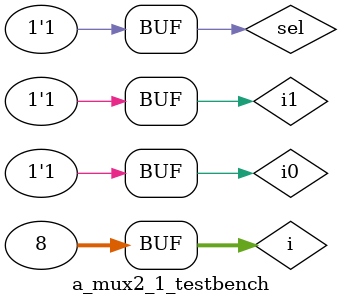
<source format=sv>
`timescale 1ns/10ps

module a_mux2_1(out, i0, i1, sel);
	output logic out;
	input  logic i0, i1; 
	input logic sel;
	logic nsel;
	logic a1o, a2o;
	not #50 n1 (nsel, sel);
	
	
	and #50 a1 (a1o, nsel, i0);
	and #50 a2 (a2o, sel, i1);
	or #50 o1 (out, a1o, a2o);			
endmodule


module a_mux2_1_testbench();
   logic out;
	logic sel;
	logic i0, i1;
	a_mux2_1 dut (out, i0, i1, sel);
	// Try all combinations of inputs.
	integer i;
	initial begin
		for(i = 0; i < 8; i++) begin
			{i0, i1, sel} = i; #1000;
			end
	end
endmodule 
</source>
